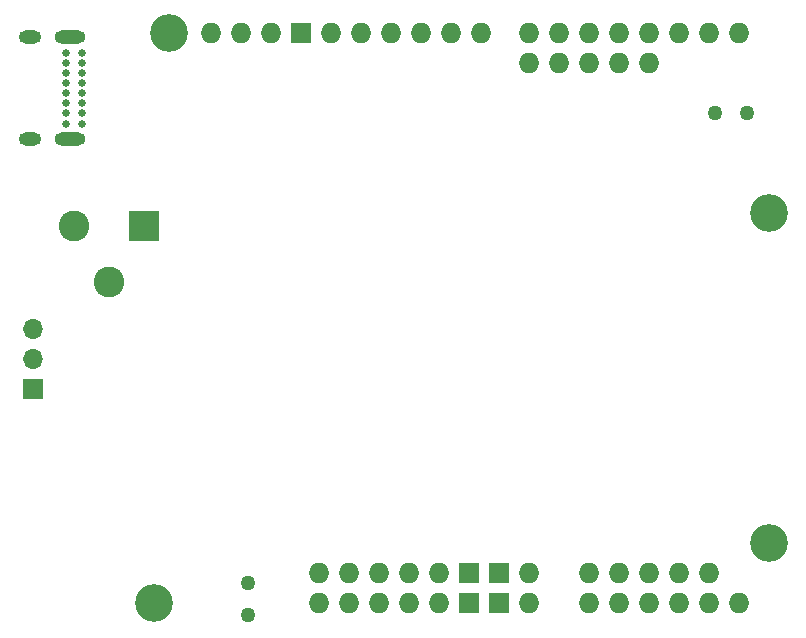
<source format=gbr>
%TF.GenerationSoftware,KiCad,Pcbnew,8.0.5*%
%TF.CreationDate,2024-10-15T22:54:43-04:00*%
%TF.ProjectId,ESP32-Uno-Board-v2,45535033-322d-4556-9e6f-2d426f617264,rev?*%
%TF.SameCoordinates,Original*%
%TF.FileFunction,Soldermask,Bot*%
%TF.FilePolarity,Negative*%
%FSLAX46Y46*%
G04 Gerber Fmt 4.6, Leading zero omitted, Abs format (unit mm)*
G04 Created by KiCad (PCBNEW 8.0.5) date 2024-10-15 22:54:43*
%MOMM*%
%LPD*%
G01*
G04 APERTURE LIST*
%ADD10C,3.200000*%
%ADD11O,1.727200X1.727200*%
%ADD12R,1.727200X1.727200*%
%ADD13C,1.270000*%
%ADD14R,1.700000X1.700000*%
%ADD15O,1.700000X1.700000*%
%ADD16R,2.600000X2.600000*%
%ADD17C,2.600000*%
%ADD18C,0.660400*%
%ADD19O,1.905000X1.117600*%
%ADD20O,2.616200X1.117600*%
G04 APERTURE END LIST*
D10*
%TO.C,A2*%
X123970000Y-150250000D03*
X125240000Y-101990000D03*
X176040000Y-117230000D03*
X176040000Y-145170000D03*
D11*
X145560000Y-147710000D03*
X145560000Y-150250000D03*
X148100000Y-147710000D03*
X148100000Y-150250000D03*
X160800000Y-150250000D03*
X163340000Y-150250000D03*
X165880000Y-150250000D03*
X168420000Y-150250000D03*
X170960000Y-150250000D03*
X173500000Y-150250000D03*
X133876000Y-101990000D03*
X137940000Y-150250000D03*
X173500000Y-101990000D03*
X170960000Y-101990000D03*
X168420000Y-101990000D03*
X165880000Y-101990000D03*
X163340000Y-101990000D03*
X160800000Y-101990000D03*
X158260000Y-101990000D03*
X155720000Y-101990000D03*
X151656000Y-101990000D03*
X149116000Y-101990000D03*
X146576000Y-101990000D03*
X144036000Y-101990000D03*
X141496000Y-101990000D03*
X138956000Y-101990000D03*
X165880000Y-104530000D03*
X163340000Y-104530000D03*
X160800000Y-104530000D03*
X158260000Y-104530000D03*
X155720000Y-104530000D03*
X170960000Y-147710000D03*
X168420000Y-147710000D03*
X165880000Y-147710000D03*
X163340000Y-147710000D03*
X160800000Y-147710000D03*
D12*
X136416000Y-101990000D03*
X150640000Y-150250000D03*
X153180000Y-150250000D03*
X150640000Y-147710000D03*
X153180000Y-147710000D03*
D11*
X140480000Y-150250000D03*
X143020000Y-147710000D03*
X140480000Y-147710000D03*
X137940000Y-147710000D03*
X143020000Y-150250000D03*
X128796000Y-101990000D03*
X131336000Y-101990000D03*
X155720000Y-147710000D03*
X155720000Y-150250000D03*
%TD*%
D13*
%TO.C,BTN2*%
X171499998Y-108750000D03*
X174250000Y-108750000D03*
%TD*%
%TO.C,SW4*%
X132000000Y-148499998D03*
X132000000Y-151250000D03*
%TD*%
D14*
%TO.C,SW1*%
X113750000Y-132080000D03*
D15*
X113750000Y-129540000D03*
X113750000Y-127000000D03*
%TD*%
D16*
%TO.C,J2*%
X123200000Y-118310000D03*
D17*
X117200000Y-118310000D03*
X120200000Y-123010000D03*
%TD*%
D18*
%TO.C,J1*%
X117917566Y-103664444D03*
X117917566Y-104514445D03*
X117917566Y-105364443D03*
X117917566Y-106214444D03*
X117917566Y-107064445D03*
X117917566Y-107914446D03*
X117917566Y-108764444D03*
X117917566Y-109614445D03*
X116567566Y-109614445D03*
X116567566Y-108764444D03*
X116567566Y-107914446D03*
X116567566Y-107064445D03*
X116567566Y-106214444D03*
X116567566Y-105364443D03*
X116567566Y-104514445D03*
X116567566Y-103664444D03*
D19*
X113552566Y-102314459D03*
X113552566Y-110964429D03*
D20*
X116937565Y-102314444D03*
X116937566Y-110964429D03*
%TD*%
M02*

</source>
